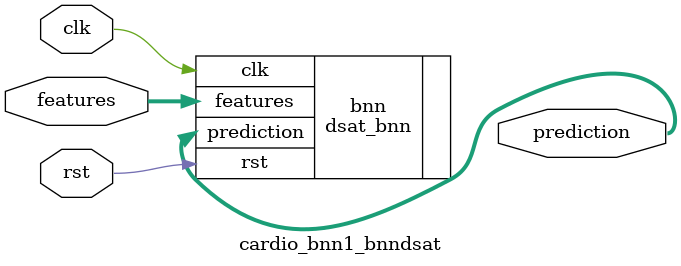
<source format=v>

















module cardio_bnn1_bnndsat #(

parameter FEAT_CNT = 19,
parameter HIDDEN_CNT = 40,
parameter FEAT_BITS = 4,
parameter CLASS_CNT = 3,
parameter TEST_CNT = 1000


  ) (
  input clk,
  input rst,
  input [FEAT_CNT*FEAT_BITS-1:0] features,
  output [$clog2(CLASS_CNT)-1:0] prediction
  );

  localparam Weights0 = 760'b0000011011111100100011101010010000101011000001110111011001000001001000110000111101101000110100100011001000110001010010010100000010100011010111011011101110101010101110011100110100000011000000001011000010110101111110000101100111100000111010111101011100000011110111010000010010010110100011110010111010100010011000001100011000110011100010000001000111001010111001010110100000001000000110000111000100001010011111100000111010111000011011010101001110100100001011101110010000010010101000111101011000101100000000011011101000010000000110011110101001111111001000110000000101001000011000101001101010101011101101011010101100110010001111011001000101101100110001101001000010001110101101101101101110101100101111000110001001010100100101000101011100100101010100111101000110101011 ;
  localparam Weights1 = 120'b101010000001111100000011001000100011100111001011000110110011011101101001101001110100101100111001001101110110000110110011 ;
  localparam Widths = 320'h07070606050605060606070707070606060606060606060707070506060707060607060606060606 ;
  localparam Sature = 40'b1011111111000111011111100011110110111111 ;

  dsat_bnn #(.FEAT_CNT(FEAT_CNT),.FEAT_BITS(FEAT_BITS),.HIDDEN_CNT(HIDDEN_CNT),.CLASS_CNT(CLASS_CNT),.Weights0(Weights0),.Weights1(Weights1),
    .WIDTHS(Widths), .SATURE(Sature)) bnn (
    .clk(clk),
    .rst(rst),
    .features(features),
    .prediction(prediction)
  );

endmodule

</source>
